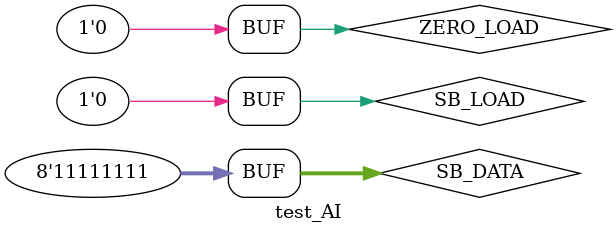
<source format=v>
`timescale 1ns / 1ps


module test_AI;

	// Inputs
	reg ZERO_LOAD;
	reg SB_LOAD;
	reg [7:0] SB_DATA;

	// Outputs
	wire [7:0] TO_ALU;

	// Instantiate the Unit Under Test (UUT)
	reg_AI uut (
		.ZERO_LOAD(ZERO_LOAD), 
		.SB_LOAD(SB_LOAD), 
		.SB_DATA(SB_DATA), 
		.TO_ALU(TO_ALU)
	);

	initial begin
		// Initialize Inputs
		ZERO_LOAD = 0;
		SB_LOAD = 0;
		SB_DATA = 0;

		// Wait 100 ns for global reset to finish
		#100;
        
		// Add stimulus here
		$monitor($time, ": SB_LOAD_SIGNAL: %b, ZERO_SIGNAL: %b, DATA_IN_STATE: %h, DATA_OUT_STATE: %h", SB_LOAD, ZERO_LOAD, SB_DATA, TO_ALU);
		
		SB_DATA = 8'hFF;
		#1;
		$display("Expected output: XX");
		
		SB_LOAD = 1;
		#1;
		SB_LOAD = 0;
		#1;
		$display("Expected output: FF");
		
		ZERO_LOAD = 1;
		#1;
		ZERO_LOAD = 0;
		#1;
		$display("Expected output: 0");
		
		

	end
      
endmodule


</source>
